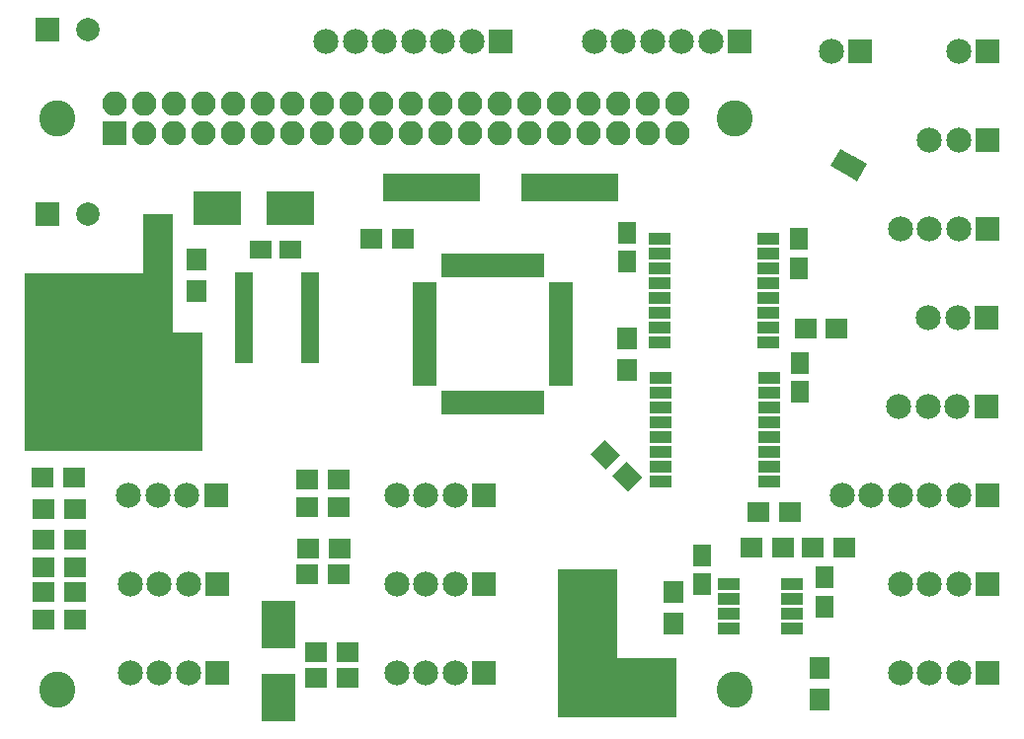
<source format=gts>
G04 #@! TF.FileFunction,Soldermask,Top*
%FSLAX46Y46*%
G04 Gerber Fmt 4.6, Leading zero omitted, Abs format (unit mm)*
G04 Created by KiCad (PCBNEW 4.0.7-e2-6376~61~ubuntu18.04.1) date Sun Dec  9 20:36:19 2018*
%MOMM*%
%LPD*%
G01*
G04 APERTURE LIST*
%ADD10C,0.100000*%
%ADD11R,2.635200X2.635200*%
%ADD12R,2.150000X2.150000*%
%ADD13C,2.150000*%
%ADD14R,1.500000X0.800000*%
%ADD15R,1.900000X1.650000*%
%ADD16R,1.650000X1.900000*%
%ADD17R,1.900000X1.700000*%
%ADD18R,1.700000X1.900000*%
%ADD19R,0.960000X2.000000*%
%ADD20R,2.000000X0.960000*%
%ADD21R,1.900000X1.000000*%
%ADD22R,1.950000X1.000000*%
%ADD23R,8.275000X2.400000*%
%ADD24C,3.100000*%
%ADD25R,2.100000X2.100000*%
%ADD26O,2.100000X2.100000*%
%ADD27R,2.000000X2.000000*%
%ADD28C,2.000000*%
%ADD29R,4.150000X2.900000*%
%ADD30R,2.900000X4.150000*%
G04 APERTURE END LIST*
D10*
D11*
X112435000Y-74335000D03*
X112435000Y-76875000D03*
X104815000Y-66715000D03*
X107355000Y-66715000D03*
X109895000Y-74335000D03*
X109895000Y-76875000D03*
X104815000Y-69255000D03*
X107355000Y-69255000D03*
X107355000Y-71795000D03*
X104815000Y-71795000D03*
X104815000Y-74335000D03*
X107355000Y-74335000D03*
X107355000Y-76875000D03*
X104815000Y-76875000D03*
X71795000Y-46395000D03*
X71795000Y-48935000D03*
X71795000Y-51475000D03*
X71795000Y-54015000D03*
X69255000Y-36235000D03*
X69255000Y-38775000D03*
X69255000Y-54015000D03*
X66715000Y-54015000D03*
X64175000Y-54015000D03*
X61635000Y-54015000D03*
X59095000Y-54015000D03*
X69255000Y-51475000D03*
X66715000Y-51475000D03*
X64175000Y-51475000D03*
X61635000Y-51475000D03*
X59095000Y-51475000D03*
X69255000Y-48935000D03*
X66715000Y-48935000D03*
X64175000Y-48935000D03*
X61635000Y-48935000D03*
X59095000Y-48935000D03*
X69255000Y-46395000D03*
X66715000Y-46395000D03*
X64175000Y-46395000D03*
X61635000Y-46395000D03*
X59095000Y-46395000D03*
X69255000Y-43855000D03*
X66715000Y-43855000D03*
X64175000Y-43855000D03*
X61635000Y-43855000D03*
X59095000Y-43855000D03*
X69255000Y-41315000D03*
X66715000Y-41315000D03*
X64175000Y-41315000D03*
X61635000Y-41315000D03*
D12*
X129435000Y-20995000D03*
D13*
X126935000Y-20995000D03*
D14*
X76567958Y-40260252D03*
X76567958Y-40910252D03*
X76567958Y-41560252D03*
X76567958Y-42210252D03*
X76567958Y-42860252D03*
X76567958Y-43510252D03*
X76567958Y-44160252D03*
X76567958Y-44810252D03*
X76567958Y-45460252D03*
X76567958Y-46110252D03*
X76567958Y-46760252D03*
X76567958Y-47410252D03*
X82267958Y-47410252D03*
X82267958Y-46760252D03*
X82267958Y-46110252D03*
X82267958Y-45460252D03*
X82267958Y-44810252D03*
X82267958Y-44160252D03*
X82267958Y-43510252D03*
X82267958Y-42860252D03*
X82267958Y-42210252D03*
X82267958Y-41560252D03*
X82267958Y-40910252D03*
X82267958Y-40260252D03*
D15*
X80535000Y-38035000D03*
X78035000Y-38035000D03*
D16*
X109480044Y-39036756D03*
X109480044Y-36536756D03*
X124185000Y-37085000D03*
X124185000Y-39585000D03*
X124235000Y-47735000D03*
X124235000Y-50235000D03*
D12*
X140375000Y-20995000D03*
D13*
X137875000Y-20995000D03*
D12*
X98635000Y-20135000D03*
D13*
X96135000Y-20135000D03*
X93635000Y-20135000D03*
X91135000Y-20135000D03*
X88635000Y-20135000D03*
X86135000Y-20135000D03*
X83635000Y-20135000D03*
D12*
X140375000Y-28615000D03*
D13*
X137875000Y-28615000D03*
X135375000Y-28615000D03*
D12*
X140375000Y-36235000D03*
D13*
X137875000Y-36235000D03*
X135375000Y-36235000D03*
X132875000Y-36235000D03*
D12*
X140375000Y-59095000D03*
D13*
X137875000Y-59095000D03*
X135375000Y-59095000D03*
X132875000Y-59095000D03*
X130375000Y-59095000D03*
X127875000Y-59095000D03*
D12*
X140295000Y-43855000D03*
D13*
X137795000Y-43855000D03*
X135295000Y-43855000D03*
D12*
X140255000Y-51475000D03*
D13*
X137755000Y-51475000D03*
X135255000Y-51475000D03*
X132755000Y-51475000D03*
D17*
X90235000Y-37035000D03*
X87535000Y-37035000D03*
D18*
X72535000Y-41585000D03*
X72535000Y-38885000D03*
D17*
X59385000Y-60235000D03*
X62085000Y-60235000D03*
X59385000Y-67385000D03*
X62085000Y-67385000D03*
X81985000Y-60135000D03*
X84685000Y-60135000D03*
X59335000Y-57585000D03*
X62035000Y-57585000D03*
X59385000Y-69735000D03*
X62085000Y-69735000D03*
X81985000Y-57735000D03*
X84685000Y-57735000D03*
X59385000Y-65235000D03*
X62085000Y-65235000D03*
X82785000Y-74735000D03*
X85485000Y-74735000D03*
X82035000Y-65885000D03*
X84735000Y-65885000D03*
X59385000Y-62885000D03*
X62085000Y-62885000D03*
X82785000Y-72535000D03*
X85485000Y-72535000D03*
X82085000Y-63685000D03*
X84785000Y-63685000D03*
D18*
X109485000Y-45635000D03*
X109485000Y-48335000D03*
D17*
X127435000Y-44735000D03*
X124735000Y-44735000D03*
D10*
G36*
X110762386Y-57560305D02*
X109560305Y-58762386D01*
X108216802Y-57418883D01*
X109418883Y-56216802D01*
X110762386Y-57560305D01*
X110762386Y-57560305D01*
G37*
G36*
X108853198Y-55651117D02*
X107651117Y-56853198D01*
X106307614Y-55509695D01*
X107509695Y-54307614D01*
X108853198Y-55651117D01*
X108853198Y-55651117D01*
G37*
D17*
X123435000Y-60535000D03*
X120735000Y-60535000D03*
D18*
X125985000Y-76585000D03*
X125985000Y-73885000D03*
X113435000Y-70085000D03*
X113435000Y-67385000D03*
D17*
X120135000Y-63535000D03*
X122835000Y-63535000D03*
X125385000Y-63585000D03*
X128085000Y-63585000D03*
D19*
X93930044Y-51095041D03*
X94730044Y-51095041D03*
X95530044Y-51095041D03*
X96330044Y-51095041D03*
X97130044Y-51095041D03*
X97930044Y-51095041D03*
X98730044Y-51095041D03*
X99530044Y-51095041D03*
X100330044Y-51095041D03*
X101130044Y-51095041D03*
X101930044Y-51095041D03*
D20*
X103780044Y-49245041D03*
X103780044Y-48445041D03*
X103780044Y-47645041D03*
X103780044Y-46845041D03*
X103780044Y-46045041D03*
X103780044Y-45245041D03*
X103780044Y-44445041D03*
X103780044Y-43645041D03*
X103780044Y-42845041D03*
X103780044Y-42045041D03*
X103780044Y-41245041D03*
D19*
X101930044Y-39395041D03*
X101130044Y-39395041D03*
X100330044Y-39395041D03*
X99530044Y-39395041D03*
X98730044Y-39395041D03*
X97930044Y-39395041D03*
X97130044Y-39395041D03*
X96330044Y-39395041D03*
X95530044Y-39395041D03*
X94730044Y-39395041D03*
X93930044Y-39395041D03*
D20*
X92080044Y-41245041D03*
X92080044Y-42045041D03*
X92080044Y-42845041D03*
X92080044Y-43645041D03*
X92080044Y-44445041D03*
X92080044Y-45245041D03*
X92080044Y-46045041D03*
X92080044Y-46845041D03*
X92080044Y-47645041D03*
X92080044Y-48445041D03*
X92080044Y-49245041D03*
D21*
X112230044Y-37086756D03*
X112230044Y-38356756D03*
X112230044Y-39626756D03*
X112230044Y-40896756D03*
X112230044Y-42166756D03*
X112230044Y-43436756D03*
X112230044Y-44706756D03*
X112230044Y-45976756D03*
X121530044Y-45976756D03*
X121530044Y-44706756D03*
X121530044Y-43436756D03*
X121530044Y-42166756D03*
X121530044Y-40896756D03*
X121530044Y-39626756D03*
X121530044Y-38356756D03*
X121530044Y-37086756D03*
X112330044Y-48986756D03*
X112330044Y-50256756D03*
X112330044Y-51526756D03*
X112330044Y-52796756D03*
X112330044Y-54066756D03*
X112330044Y-55336756D03*
X112330044Y-56606756D03*
X112330044Y-57876756D03*
X121630044Y-57876756D03*
X121630044Y-56606756D03*
X121630044Y-55336756D03*
X121630044Y-54066756D03*
X121630044Y-52796756D03*
X121630044Y-51526756D03*
X121630044Y-50256756D03*
X121630044Y-48986756D03*
D22*
X118185000Y-66730000D03*
X118185000Y-68000000D03*
X118185000Y-69270000D03*
X118185000Y-70540000D03*
X123585000Y-70540000D03*
X123585000Y-69270000D03*
X123585000Y-68000000D03*
X123585000Y-66730000D03*
D23*
X92647500Y-32685000D03*
X104522500Y-32685000D03*
D16*
X115885000Y-66735000D03*
X115885000Y-64235000D03*
X126385000Y-66135000D03*
X126385000Y-68635000D03*
D12*
X140375000Y-66715000D03*
D13*
X137875000Y-66715000D03*
X135375000Y-66715000D03*
X132875000Y-66715000D03*
D12*
X140375000Y-74335000D03*
D13*
X137875000Y-74335000D03*
X135375000Y-74335000D03*
X132875000Y-74335000D03*
D24*
X60635000Y-26735000D03*
X60635000Y-75735000D03*
X118635000Y-26735000D03*
X118635000Y-75735000D03*
D12*
X74215000Y-59095000D03*
D13*
X71715000Y-59095000D03*
X69215000Y-59095000D03*
X66715000Y-59095000D03*
D12*
X74335000Y-74335000D03*
D13*
X71835000Y-74335000D03*
X69335000Y-74335000D03*
X66835000Y-74335000D03*
D12*
X97195000Y-59095000D03*
D13*
X94695000Y-59095000D03*
X92195000Y-59095000D03*
X89695000Y-59095000D03*
D12*
X74335000Y-66715000D03*
D13*
X71835000Y-66715000D03*
X69335000Y-66715000D03*
X66835000Y-66715000D03*
D12*
X97195000Y-74335000D03*
D13*
X94695000Y-74335000D03*
X92195000Y-74335000D03*
X89695000Y-74335000D03*
D12*
X97195000Y-66715000D03*
D13*
X94695000Y-66715000D03*
X92195000Y-66715000D03*
X89695000Y-66715000D03*
D12*
X119135000Y-20135000D03*
D13*
X116635000Y-20135000D03*
X114135000Y-20135000D03*
X111635000Y-20135000D03*
X109135000Y-20135000D03*
X106635000Y-20135000D03*
D25*
X65535000Y-28010000D03*
D26*
X65535000Y-25470000D03*
X68075000Y-28010000D03*
X68075000Y-25470000D03*
X70615000Y-28010000D03*
X70615000Y-25470000D03*
X73155000Y-28010000D03*
X73155000Y-25470000D03*
X75695000Y-28010000D03*
X75695000Y-25470000D03*
X78235000Y-28010000D03*
X78235000Y-25470000D03*
X80775000Y-28010000D03*
X80775000Y-25470000D03*
X83315000Y-28010000D03*
X83315000Y-25470000D03*
X85855000Y-28010000D03*
X85855000Y-25470000D03*
X88395000Y-28010000D03*
X88395000Y-25470000D03*
X90935000Y-28010000D03*
X90935000Y-25470000D03*
X93475000Y-28010000D03*
X93475000Y-25470000D03*
X96015000Y-28010000D03*
X96015000Y-25470000D03*
X98555000Y-28010000D03*
X98555000Y-25470000D03*
X101095000Y-28010000D03*
X101095000Y-25470000D03*
X103635000Y-28010000D03*
X103635000Y-25470000D03*
X106175000Y-28010000D03*
X106175000Y-25470000D03*
X108715000Y-28010000D03*
X108715000Y-25470000D03*
X111255000Y-28010000D03*
X111255000Y-25470000D03*
X113795000Y-28010000D03*
X113795000Y-25470000D03*
D27*
X59730000Y-34965000D03*
D28*
X63230000Y-34965000D03*
D29*
X80535000Y-34485000D03*
X74285000Y-34485000D03*
D30*
X79535000Y-76410000D03*
X79535000Y-70160000D03*
D11*
X59095000Y-41315000D03*
D27*
X59730000Y-19090000D03*
D28*
X63230000Y-19090000D03*
D10*
G36*
X128056471Y-31480631D02*
X126870017Y-30795631D01*
X127705017Y-29349369D01*
X128891471Y-30034369D01*
X128056471Y-31480631D01*
X128056471Y-31480631D01*
G37*
G36*
X129164983Y-32120631D02*
X127978529Y-31435631D01*
X128813529Y-29989369D01*
X129999983Y-30674369D01*
X129164983Y-32120631D01*
X129164983Y-32120631D01*
G37*
M02*

</source>
